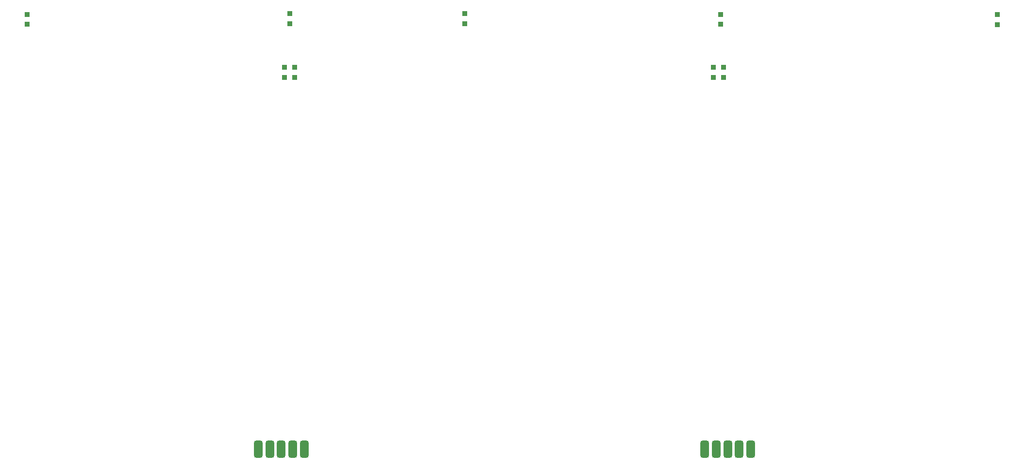
<source format=gbp>
G04*
G04 #@! TF.GenerationSoftware,Altium Limited,Altium Designer,20.1.11 (218)*
G04*
G04 Layer_Color=128*
%FSLAX25Y25*%
%MOIN*%
G70*
G04*
G04 #@! TF.SameCoordinates,67DEA893-D948-4B9D-9317-8289C47B3BC5*
G04*
G04*
G04 #@! TF.FilePolarity,Positive*
G04*
G01*
G75*
%ADD12R,0.03500X0.03800*%
G04:AMPARAMS|DCode=22|XSize=59.06mil|YSize=118.11mil|CornerRadius=14.76mil|HoleSize=0mil|Usage=FLASHONLY|Rotation=0.000|XOffset=0mil|YOffset=0mil|HoleType=Round|Shape=RoundedRectangle|*
%AMROUNDEDRECTD22*
21,1,0.05906,0.08858,0,0,0.0*
21,1,0.02953,0.11811,0,0,0.0*
1,1,0.02953,0.01476,-0.04429*
1,1,0.02953,-0.01476,-0.04429*
1,1,0.02953,-0.01476,0.04429*
1,1,0.02953,0.01476,0.04429*
%
%ADD22ROUNDEDRECTD22*%
D12*
X-147563Y-17000D02*
D03*
Y-10100D02*
D03*
X-328500Y-10500D02*
D03*
Y-17400D02*
D03*
X339000Y-17500D02*
D03*
Y-10600D02*
D03*
X143500Y-47000D02*
D03*
Y-53900D02*
D03*
X150500Y-47000D02*
D03*
Y-53900D02*
D03*
X148563Y-10500D02*
D03*
Y-17400D02*
D03*
X-27500Y-17000D02*
D03*
Y-10100D02*
D03*
X-144500Y-54000D02*
D03*
Y-47100D02*
D03*
X-151500Y-54000D02*
D03*
Y-47100D02*
D03*
D22*
X145669Y-309842D02*
D03*
X153543D02*
D03*
X161417D02*
D03*
X169291D02*
D03*
X137795D02*
D03*
X-137795D02*
D03*
X-169291D02*
D03*
X-161417D02*
D03*
X-153543D02*
D03*
X-145669D02*
D03*
M02*

</source>
